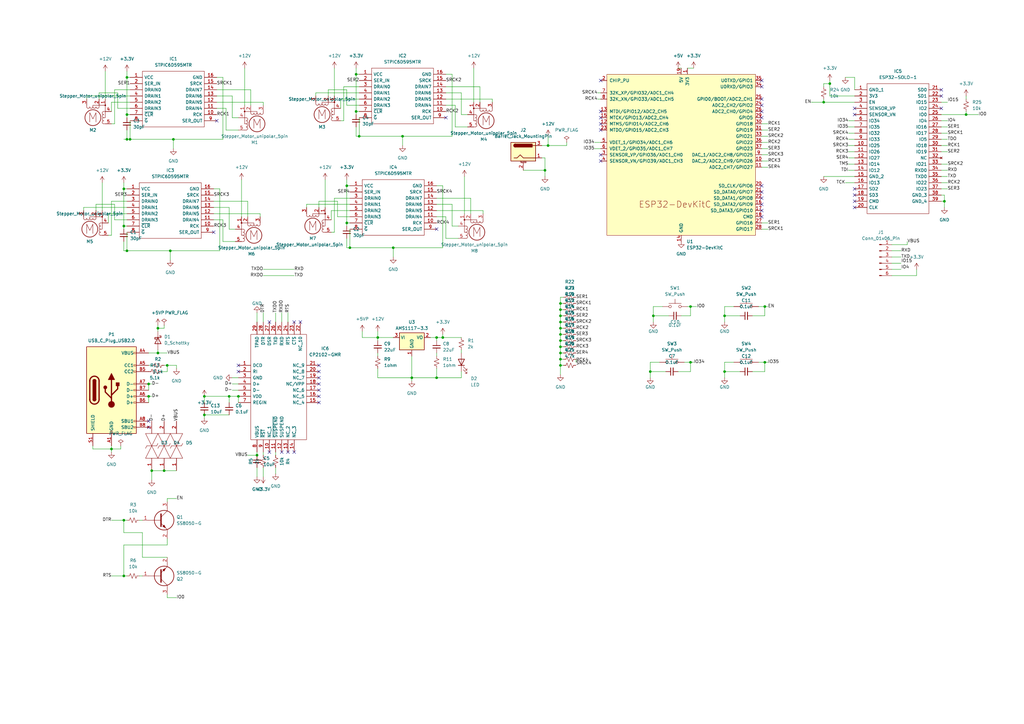
<source format=kicad_sch>
(kicad_sch (version 20230121) (generator eeschema)
  (paper "A3")
  (junction (at 229.87 137.16))
  (junction (at 83.82 170.18))
  (junction (at 50.8 213.36))
  (junction (at 68.58 149.86))
  (junction (at 64.77 144.78))
  (junction (at 224.79 59.69))
  (junction (at 229.87 124.46))
  (junction (at 161.29 101.6))
  (junction (at 146.05 45.72))
  (junction (at 154.94 138.43))
  (junction (at 313.69 148.59))
  (junction (at 229.87 149.86))
  (junction (at 179.07 138.43))
  (junction (at 97.79 162.56))
  (junction (at 229.87 127))
  (junction (at 64.77 134.62))
  (junction (at 52.07 31.75))
  (junction (at 146.05 30.48))
  (junction (at 53.34 57.15))
  (junction (at 45.72 184.15))
  (junction (at 52.07 57.15))
  (junction (at 142.24 76.2))
  (junction (at 50.8 77.47))
  (junction (at 179.07 154.94))
  (junction (at 229.87 142.24))
  (junction (at 165.1 55.88))
  (junction (at 229.87 134.62))
  (junction (at 93.98 162.56))
  (junction (at 337.82 41.91))
  (junction (at 223.52 69.85))
  (junction (at 267.97 129.54))
  (junction (at 297.18 129.54))
  (junction (at 105.41 186.69))
  (junction (at 50.8 92.71))
  (junction (at 83.82 162.56))
  (junction (at 62.23 193.04))
  (junction (at 229.87 147.32))
  (junction (at 181.61 138.43))
  (junction (at 143.51 101.6))
  (junction (at 229.87 132.08))
  (junction (at 229.87 144.78))
  (junction (at 283.21 148.59))
  (junction (at 396.24 46.99))
  (junction (at 52.07 46.99))
  (junction (at 387.35 82.55))
  (junction (at 60.96 162.56))
  (junction (at 266.7 152.4))
  (junction (at 168.91 154.94))
  (junction (at 52.07 102.87))
  (junction (at 340.36 34.29))
  (junction (at 229.87 139.7))
  (junction (at 229.87 129.54))
  (junction (at 142.24 91.44))
  (junction (at 60.96 157.48))
  (junction (at 71.12 57.15))
  (junction (at 69.85 102.87))
  (junction (at 313.69 125.73))
  (junction (at 297.18 152.4))
  (junction (at 283.21 125.73))
  (junction (at 147.32 55.88))
  (junction (at 67.31 193.04))
  (junction (at 50.8 236.22))
  (no_connect (at 350.52 85.09))
  (no_connect (at 312.42 35.56))
  (no_connect (at 130.81 152.4))
  (no_connect (at 312.42 83.82))
  (no_connect (at 115.57 185.42))
  (no_connect (at 246.38 45.72))
  (no_connect (at 350.52 82.55))
  (no_connect (at 130.81 154.94))
  (no_connect (at 123.19 132.08))
  (no_connect (at 350.52 44.45))
  (no_connect (at 120.65 132.08))
  (no_connect (at 312.42 45.72))
  (no_connect (at 110.49 132.08))
  (no_connect (at 312.42 43.18))
  (no_connect (at 312.42 81.28))
  (no_connect (at 312.42 48.26))
  (no_connect (at 350.52 46.99))
  (no_connect (at 312.42 88.9))
  (no_connect (at 130.81 160.02))
  (no_connect (at 130.81 165.1))
  (no_connect (at 179.07 93.98))
  (no_connect (at 88.9 49.53))
  (no_connect (at 312.42 86.36))
  (no_connect (at 118.11 185.42))
  (no_connect (at 120.65 185.42))
  (no_connect (at 97.79 152.4))
  (no_connect (at 60.96 175.26))
  (no_connect (at 110.49 185.42))
  (no_connect (at 130.81 162.56))
  (no_connect (at 97.79 149.86))
  (no_connect (at 130.81 157.48))
  (no_connect (at 246.38 50.8))
  (no_connect (at 350.52 77.47))
  (no_connect (at 182.88 48.26))
  (no_connect (at 312.42 78.74))
  (no_connect (at 386.08 36.83))
  (no_connect (at 386.08 44.45))
  (no_connect (at 312.42 33.02))
  (no_connect (at 350.52 80.01))
  (no_connect (at 246.38 63.5))
  (no_connect (at 246.38 48.26))
  (no_connect (at 386.08 39.37))
  (no_connect (at 246.38 33.02))
  (no_connect (at 312.42 76.2))
  (no_connect (at 246.38 66.04))
  (no_connect (at 246.38 53.34))
  (no_connect (at 130.81 149.86))
  (no_connect (at 87.63 95.25))
  (no_connect (at 312.42 40.64))
  (no_connect (at 60.96 172.72))
  (wire (pts (xy 369.57 107.95) (xy 365.76 107.95)))
  (wire (pts (xy 274.32 129.54) (xy 267.97 129.54)))
  (wire (pts (xy 45.72 45.72) (xy 45.72 41.91)))
  (wire (pts (xy 229.87 149.86) (xy 229.87 153.67)))
  (wire (pts (xy 45.72 41.91) (xy 53.34 41.91)))
  (wire (pts (xy 38.1 184.15) (xy 45.72 184.15)))
  (wire (pts (xy 45.72 236.22) (xy 50.8 236.22)))
  (wire (pts (xy 50.8 236.22) (xy 50.8 223.52)))
  (wire (pts (xy 386.08 72.39) (xy 388.62 72.39)))
  (wire (pts (xy 68.58 152.4) (xy 68.58 149.86)))
  (wire (pts (xy 198.12 87.63) (xy 198.12 86.36)))
  (wire (pts (xy 314.96 58.42) (xy 312.42 58.42)))
  (wire (pts (xy 49.53 184.15) (xy 45.72 184.15)))
  (wire (pts (xy 67.31 193.04) (xy 72.39 193.04)))
  (wire (pts (xy 308.61 129.54) (xy 313.69 129.54)))
  (wire (pts (xy 224.79 59.69) (xy 224.79 55.88)))
  (wire (pts (xy 91.44 99.06) (xy 91.44 90.17)))
  (wire (pts (xy 34.29 85.09) (xy 52.07 85.09)))
  (wire (pts (xy 68.58 149.86) (xy 67.31 149.86)))
  (wire (pts (xy 314.96 91.44) (xy 312.42 91.44)))
  (wire (pts (xy 107.95 43.18) (xy 107.95 41.91)))
  (wire (pts (xy 347.98 62.23) (xy 350.52 62.23)))
  (wire (pts (xy 387.35 80.01) (xy 387.35 82.55)))
  (wire (pts (xy 48.26 38.1) (xy 48.26 44.45)))
  (wire (pts (xy 270.51 148.59) (xy 266.7 148.59)))
  (wire (pts (xy 266.7 152.4) (xy 266.7 154.94)))
  (wire (pts (xy 396.24 46.99) (xy 401.32 46.99)))
  (wire (pts (xy 97.79 53.34) (xy 92.71 53.34)))
  (wire (pts (xy 229.87 134.62) (xy 231.14 134.62)))
  (wire (pts (xy 266.7 148.59) (xy 266.7 152.4)))
  (wire (pts (xy 72.39 149.86) (xy 68.58 149.86)))
  (wire (pts (xy 311.15 148.59) (xy 313.69 148.59)))
  (wire (pts (xy 181.61 137.16) (xy 181.61 138.43)))
  (wire (pts (xy 60.96 157.48) (xy 62.23 157.48)))
  (wire (pts (xy 44.45 87.63) (xy 52.07 87.63)))
  (wire (pts (xy 229.87 149.86) (xy 231.14 149.86)))
  (wire (pts (xy 185.42 55.88) (xy 165.1 55.88)))
  (wire (pts (xy 52.07 53.34) (xy 52.07 57.15)))
  (wire (pts (xy 68.58 228.6) (xy 58.42 228.6)))
  (wire (pts (xy 229.87 137.16) (xy 229.87 134.62)))
  (wire (pts (xy 142.24 36.83) (xy 142.24 43.18)))
  (wire (pts (xy 365.76 105.41) (xy 369.57 105.41)))
  (wire (pts (xy 346.71 31.75) (xy 350.52 31.75)))
  (wire (pts (xy 53.34 57.15) (xy 71.12 57.15)))
  (wire (pts (xy 46.99 50.8) (xy 45.72 50.8)))
  (wire (pts (xy 134.62 39.37) (xy 134.62 36.83)))
  (wire (pts (xy 125.73 83.82) (xy 143.51 83.82)))
  (wire (pts (xy 313.69 152.4) (xy 313.69 148.59)))
  (wire (pts (xy 87.63 77.47) (xy 90.17 77.47)))
  (wire (pts (xy 99.06 73.66) (xy 99.06 88.9)))
  (wire (pts (xy 229.87 142.24) (xy 229.87 139.7)))
  (wire (pts (xy 91.44 31.75) (xy 91.44 57.15)))
  (wire (pts (xy 347.98 59.69) (xy 350.52 59.69)))
  (wire (pts (xy 267.97 125.73) (xy 267.97 129.54)))
  (wire (pts (xy 347.98 64.77) (xy 350.52 64.77)))
  (wire (pts (xy 201.93 41.91) (xy 201.93 40.64)))
  (wire (pts (xy 388.62 77.47) (xy 386.08 77.47)))
  (wire (pts (xy 283.21 148.59) (xy 284.48 148.59)))
  (wire (pts (xy 107.95 41.91) (xy 88.9 41.91)))
  (wire (pts (xy 303.53 152.4) (xy 297.18 152.4)))
  (wire (pts (xy 388.62 52.07) (xy 386.08 52.07)))
  (wire (pts (xy 229.87 132.08) (xy 229.87 129.54)))
  (wire (pts (xy 64.77 133.35) (xy 64.77 134.62)))
  (wire (pts (xy 50.8 213.36) (xy 52.07 213.36)))
  (wire (pts (xy 45.72 82.55) (xy 45.72 96.52)))
  (wire (pts (xy 350.52 31.75) (xy 350.52 36.83)))
  (wire (pts (xy 337.82 34.29) (xy 340.36 34.29)))
  (wire (pts (xy 284.48 27.94) (xy 281.94 27.94)))
  (wire (pts (xy 66.04 152.4) (xy 68.58 152.4)))
  (wire (pts (xy 313.69 129.54) (xy 313.69 125.73)))
  (wire (pts (xy 196.85 35.56) (xy 196.85 41.91)))
  (wire (pts (xy 146.05 45.72) (xy 147.32 45.72)))
  (wire (pts (xy 53.34 49.53) (xy 53.34 57.15)))
  (wire (pts (xy 179.07 154.94) (xy 168.91 154.94)))
  (wire (pts (xy 347.98 52.07) (xy 350.52 52.07)))
  (wire (pts (xy 67.31 133.35) (xy 67.31 134.62)))
  (wire (pts (xy 147.32 35.56) (xy 140.97 35.56)))
  (wire (pts (xy 314.96 66.04) (xy 312.42 66.04)))
  (wire (pts (xy 142.24 76.2) (xy 142.24 91.44)))
  (wire (pts (xy 280.67 148.59) (xy 283.21 148.59)))
  (wire (pts (xy 107.95 186.69) (xy 107.95 185.42)))
  (wire (pts (xy 388.62 59.69) (xy 386.08 59.69)))
  (wire (pts (xy 40.64 40.64) (xy 40.64 38.1)))
  (wire (pts (xy 52.07 102.87) (xy 69.85 102.87)))
  (wire (pts (xy 52.07 46.99) (xy 52.07 48.26)))
  (wire (pts (xy 50.8 223.52) (xy 68.58 223.52)))
  (wire (pts (xy 83.82 170.18) (xy 83.82 171.45)))
  (wire (pts (xy 72.39 204.47) (xy 68.58 204.47)))
  (wire (pts (xy 154.94 151.13) (xy 154.94 154.94)))
  (wire (pts (xy 347.98 54.61) (xy 350.52 54.61)))
  (wire (pts (xy 43.18 40.64) (xy 43.18 29.21)))
  (wire (pts (xy 154.94 135.89) (xy 154.94 138.43)))
  (wire (pts (xy 107.95 132.08) (xy 107.95 128.27)))
  (wire (pts (xy 332.74 41.91) (xy 337.82 41.91)))
  (wire (pts (xy 297.18 152.4) (xy 297.18 154.94)))
  (wire (pts (xy 387.35 82.55) (xy 387.35 85.09)))
  (wire (pts (xy 313.69 125.73) (xy 314.96 125.73)))
  (wire (pts (xy 229.87 132.08) (xy 231.14 132.08)))
  (wire (pts (xy 100.33 27.94) (xy 100.33 43.18)))
  (wire (pts (xy 283.21 152.4) (xy 283.21 148.59)))
  (wire (pts (xy 223.52 64.77) (xy 223.52 69.85)))
  (wire (pts (xy 87.63 82.55) (xy 101.6 82.55)))
  (wire (pts (xy 372.11 100.33) (xy 372.11 99.06)))
  (wire (pts (xy 140.97 35.56) (xy 140.97 49.53)))
  (wire (pts (xy 300.99 148.59) (xy 297.18 148.59)))
  (wire (pts (xy 93.98 85.09) (xy 87.63 85.09)))
  (wire (pts (xy 34.29 86.36) (xy 34.29 85.09)))
  (wire (pts (xy 92.71 53.34) (xy 92.71 44.45)))
  (wire (pts (xy 148.59 135.89) (xy 148.59 138.43)))
  (wire (pts (xy 45.72 96.52) (xy 44.45 96.52)))
  (wire (pts (xy 142.24 76.2) (xy 143.51 76.2)))
  (wire (pts (xy 52.07 82.55) (xy 45.72 82.55)))
  (wire (pts (xy 189.23 152.4) (xy 189.23 154.94)))
  (wire (pts (xy 60.96 162.56) (xy 60.96 165.1)))
  (wire (pts (xy 95.25 157.48) (xy 97.79 157.48)))
  (wire (pts (xy 311.15 125.73) (xy 313.69 125.73)))
  (wire (pts (xy 191.77 46.99) (xy 189.23 46.99)))
  (wire (pts (xy 386.08 82.55) (xy 387.35 82.55)))
  (wire (pts (xy 113.03 186.69) (xy 113.03 185.42)))
  (wire (pts (xy 97.79 48.26) (xy 95.25 48.26)))
  (wire (pts (xy 229.87 137.16) (xy 231.14 137.16)))
  (wire (pts (xy 135.89 90.17) (xy 135.89 86.36)))
  (wire (pts (xy 388.62 54.61) (xy 386.08 54.61)))
  (wire (pts (xy 279.4 129.54) (xy 283.21 129.54)))
  (wire (pts (xy 229.87 129.54) (xy 229.87 127)))
  (wire (pts (xy 71.12 57.15) (xy 71.12 60.96)))
  (wire (pts (xy 52.07 29.21) (xy 52.07 31.75)))
  (wire (pts (xy 168.91 146.05) (xy 168.91 154.94)))
  (wire (pts (xy 68.58 245.11) (xy 68.58 243.84)))
  (wire (pts (xy 45.72 213.36) (xy 50.8 213.36)))
  (wire (pts (xy 193.04 81.28) (xy 193.04 87.63)))
  (wire (pts (xy 236.22 147.32) (xy 236.22 148.59)))
  (wire (pts (xy 143.51 101.6) (xy 142.24 101.6)))
  (wire (pts (xy 72.39 245.11) (xy 68.58 245.11)))
  (wire (pts (xy 137.16 81.28) (xy 137.16 95.25)))
  (wire (pts (xy 96.52 93.98) (xy 93.98 93.98)))
  (wire (pts (xy 229.87 124.46) (xy 231.14 124.46)))
  (wire (pts (xy 375.92 110.49) (xy 375.92 113.03)))
  (wire (pts (xy 179.07 138.43) (xy 181.61 138.43)))
  (wire (pts (xy 190.5 72.39) (xy 190.5 87.63)))
  (wire (pts (xy 91.44 90.17) (xy 87.63 90.17)))
  (wire (pts (xy 222.25 59.69) (xy 224.79 59.69)))
  (wire (pts (xy 147.32 48.26) (xy 147.32 55.88)))
  (wire (pts (xy 185.42 30.48) (xy 185.42 55.88)))
  (wire (pts (xy 369.57 110.49) (xy 365.76 110.49)))
  (wire (pts (xy 337.82 41.91) (xy 350.52 41.91)))
  (wire (pts (xy 50.8 74.93) (xy 50.8 77.47)))
  (wire (pts (xy 52.07 57.15) (xy 53.34 57.15)))
  (wire (pts (xy 58.42 218.44) (xy 50.8 218.44)))
  (wire (pts (xy 48.26 44.45) (xy 53.34 44.45)))
  (wire (pts (xy 146.05 45.72) (xy 146.05 46.99)))
  (wire (pts (xy 35.56 40.64) (xy 35.56 39.37)))
  (wire (pts (xy 229.87 147.32) (xy 229.87 149.86)))
  (wire (pts (xy 129.54 39.37) (xy 129.54 38.1)))
  (wire (pts (xy 107.95 113.03) (xy 120.65 113.03)))
  (wire (pts (xy 133.35 85.09) (xy 133.35 73.66)))
  (wire (pts (xy 176.53 138.43) (xy 179.07 138.43)))
  (wire (pts (xy 130.81 85.09) (xy 130.81 82.55)))
  (wire (pts (xy 105.41 185.42) (xy 105.41 186.69)))
  (wire (pts (xy 57.15 236.22) (xy 58.42 236.22)))
  (wire (pts (xy 142.24 91.44) (xy 142.24 92.71)))
  (wire (pts (xy 83.82 162.56) (xy 93.98 162.56)))
  (wire (pts (xy 229.87 147.32) (xy 231.14 147.32)))
  (wire (pts (xy 350.52 69.85) (xy 347.98 69.85)))
  (wire (pts (xy 179.07 81.28) (xy 193.04 81.28)))
  (wire (pts (xy 143.51 81.28) (xy 137.16 81.28)))
  (wire (pts (xy 179.07 151.13) (xy 179.07 154.94)))
  (wire (pts (xy 278.13 152.4) (xy 283.21 152.4)))
  (wire (pts (xy 179.07 144.78) (xy 179.07 146.05)))
  (wire (pts (xy 95.25 154.94) (xy 97.79 154.94)))
  (wire (pts (xy 148.59 138.43) (xy 154.94 138.43)))
  (wire (pts (xy 182.88 30.48) (xy 185.42 30.48)))
  (wire (pts (xy 45.72 184.15) (xy 45.72 182.88)))
  (wire (pts (xy 222.25 64.77) (xy 223.52 64.77)))
  (wire (pts (xy 300.99 125.73) (xy 297.18 125.73)))
  (wire (pts (xy 154.94 154.94) (xy 168.91 154.94)))
  (wire (pts (xy 35.56 39.37) (xy 53.34 39.37)))
  (wire (pts (xy 229.87 129.54) (xy 231.14 129.54)))
  (wire (pts (xy 146.05 52.07) (xy 146.05 55.88)))
  (wire (pts (xy 245.11 38.1) (xy 246.38 38.1)))
  (wire (pts (xy 60.96 144.78) (xy 64.77 144.78)))
  (wire (pts (xy 95.25 160.02) (xy 97.79 160.02)))
  (wire (pts (xy 139.7 44.45) (xy 139.7 40.64)))
  (wire (pts (xy 107.95 110.49) (xy 120.65 110.49)))
  (wire (pts (xy 64.77 144.78) (xy 68.58 144.78)))
  (wire (pts (xy 93.98 162.56) (xy 93.98 165.1)))
  (wire (pts (xy 60.96 162.56) (xy 62.23 162.56)))
  (wire (pts (xy 95.25 39.37) (xy 88.9 39.37)))
  (wire (pts (xy 93.98 93.98) (xy 93.98 85.09)))
  (wire (pts (xy 243.84 60.96) (xy 246.38 60.96)))
  (wire (pts (xy 232.41 58.42) (xy 232.41 59.69)))
  (wire (pts (xy 88.9 36.83) (xy 102.87 36.83)))
  (wire (pts (xy 49.53 184.15) (xy 49.53 182.88)))
  (wire (pts (xy 102.87 36.83) (xy 102.87 43.18)))
  (wire (pts (xy 194.31 27.94) (xy 194.31 41.91)))
  (wire (pts (xy 143.51 101.6) (xy 161.29 101.6)))
  (wire (pts (xy 154.94 138.43) (xy 161.29 138.43)))
  (wire (pts (xy 125.73 85.09) (xy 125.73 83.82)))
  (wire (pts (xy 146.05 30.48) (xy 146.05 45.72)))
  (wire (pts (xy 93.98 162.56) (xy 97.79 162.56)))
  (wire (pts (xy 229.87 139.7) (xy 231.14 139.7)))
  (wire (pts (xy 138.43 88.9) (xy 143.51 88.9)))
  (wire (pts (xy 39.37 83.82) (xy 46.99 83.82)))
  (wire (pts (xy 168.91 154.94) (xy 168.91 156.21)))
  (wire (pts (xy 229.87 134.62) (xy 229.87 132.08)))
  (wire (pts (xy 134.62 36.83) (xy 142.24 36.83)))
  (wire (pts (xy 83.82 162.56) (xy 83.82 165.1)))
  (wire (pts (xy 40.64 38.1) (xy 48.26 38.1)))
  (wire (pts (xy 185.42 92.71) (xy 185.42 83.82)))
  (wire (pts (xy 243.84 58.42) (xy 246.38 58.42)))
  (wire (pts (xy 107.95 191.77) (xy 107.95 195.58)))
  (wire (pts (xy 396.24 39.37) (xy 396.24 40.64)))
  (wire (pts (xy 58.42 228.6) (xy 58.42 218.44)))
  (wire (pts (xy 130.81 82.55) (xy 138.43 82.55)))
  (wire (pts (xy 340.36 33.02) (xy 340.36 34.29)))
  (wire (pts (xy 72.39 151.13) (xy 72.39 149.86)))
  (wire (pts (xy 52.07 46.99) (xy 53.34 46.99)))
  (wire (pts (xy 90.17 102.87) (xy 69.85 102.87)))
  (wire (pts (xy 347.98 49.53) (xy 350.52 49.53)))
  (wire (pts (xy 273.05 152.4) (xy 266.7 152.4)))
  (wire (pts (xy 50.8 92.71) (xy 52.07 92.71)))
  (wire (pts (xy 181.61 76.2) (xy 181.61 101.6)))
  (wire (pts (xy 50.8 102.87) (xy 52.07 102.87)))
  (wire (pts (xy 50.8 77.47) (xy 52.07 77.47)))
  (wire (pts (xy 388.62 57.15) (xy 386.08 57.15)))
  (wire (pts (xy 201.93 40.64) (xy 182.88 40.64)))
  (wire (pts (xy 105.41 191.77) (xy 105.41 195.58)))
  (wire (pts (xy 388.62 74.93) (xy 386.08 74.93)))
  (wire (pts (xy 52.07 95.25) (xy 52.07 102.87)))
  (wire (pts (xy 229.87 142.24) (xy 231.14 142.24)))
  (wire (pts (xy 147.32 55.88) (xy 165.1 55.88)))
  (wire (pts (xy 232.41 59.69) (xy 224.79 59.69)))
  (wire (pts (xy 271.78 125.73) (xy 267.97 125.73)))
  (wire (pts (xy 340.36 34.29) (xy 340.36 39.37)))
  (wire (pts (xy 297.18 148.59) (xy 297.18 152.4)))
  (wire (pts (xy 52.07 31.75) (xy 53.34 31.75)))
  (wire (pts (xy 297.18 129.54) (xy 297.18 132.08)))
  (wire (pts (xy 313.69 148.59) (xy 314.96 148.59)))
  (wire (pts (xy 189.23 46.99) (xy 189.23 38.1)))
  (wire (pts (xy 146.05 27.94) (xy 146.05 30.48)))
  (wire (pts (xy 297.18 125.73) (xy 297.18 129.54)))
  (wire (pts (xy 92.71 44.45) (xy 88.9 44.45)))
  (wire (pts (xy 69.85 102.87) (xy 69.85 106.68)))
  (wire (pts (xy 229.87 121.92) (xy 231.14 121.92)))
  (wire (pts (xy 214.63 69.85) (xy 223.52 69.85)))
  (wire (pts (xy 182.88 88.9) (xy 179.07 88.9)))
  (wire (pts (xy 308.61 152.4) (xy 313.69 152.4)))
  (wire (pts (xy 223.52 69.85) (xy 223.52 72.39)))
  (wire (pts (xy 283.21 129.54) (xy 283.21 125.73)))
  (wire (pts (xy 60.96 157.48) (xy 60.96 160.02)))
  (wire (pts (xy 38.1 184.15) (xy 38.1 182.88)))
  (wire (pts (xy 97.79 162.56) (xy 97.79 165.1)))
  (wire (pts (xy 229.87 144.78) (xy 229.87 142.24)))
  (wire (pts (xy 229.87 124.46) (xy 229.87 121.92)))
  (wire (pts (xy 154.94 144.78) (xy 154.94 146.05)))
  (wire (pts (xy 185.42 83.82) (xy 179.07 83.82)))
  (wire (pts (xy 64.77 143.51) (xy 64.77 144.78)))
  (wire (pts (xy 181.61 101.6) (xy 161.29 101.6)))
  (wire (pts (xy 50.8 218.44) (xy 50.8 213.36)))
  (wire (pts (xy 118.11 132.08) (xy 118.11 128.27)))
  (wire (pts (xy 106.68 88.9) (xy 106.68 87.63)))
  (wire (pts (xy 138.43 82.55) (xy 138.43 88.9)))
  (wire (pts (xy 154.94 138.43) (xy 154.94 139.7)))
  (wire (pts (xy 129.54 38.1) (xy 147.32 38.1)))
  (wire (pts (xy 283.21 125.73) (xy 285.75 125.73)))
  (wire (pts (xy 303.53 129.54) (xy 297.18 129.54)))
  (wire (pts (xy 53.34 36.83) (xy 46.99 36.83)))
  (wire (pts (xy 365.76 113.03) (xy 375.92 113.03)))
  (wire (pts (xy 347.98 67.31) (xy 350.52 67.31)))
  (wire (pts (xy 388.62 62.23) (xy 386.08 62.23)))
  (wire (pts (xy 137.16 39.37) (xy 137.16 27.94)))
  (wire (pts (xy 142.24 73.66) (xy 142.24 76.2)))
  (wire (pts (xy 229.87 144.78) (xy 231.14 144.78)))
  (wire (pts (xy 314.96 50.8) (xy 312.42 50.8)))
  (wire (pts (xy 229.87 124.46) (xy 229.87 127)))
  (wire (pts (xy 52.07 31.75) (xy 52.07 46.99)))
  (wire (pts (xy 143.51 93.98) (xy 143.51 101.6)))
  (wire (pts (xy 142.24 97.79) (xy 142.24 101.6)))
  (wire (pts (xy 187.96 92.71) (xy 185.42 92.71)))
  (wire (pts (xy 189.23 38.1) (xy 182.88 38.1)))
  (wire (pts (xy 62.23 193.04) (xy 67.31 193.04)))
  (wire (pts (xy 68.58 223.52) (xy 68.58 220.98)))
  (wire (pts (xy 337.82 72.39) (xy 350.52 72.39)))
  (wire (pts (xy 186.69 52.07) (xy 186.69 43.18)))
  (wire (pts (xy 186.69 43.18) (xy 182.88 43.18)))
  (wire (pts (xy 46.99 90.17) (xy 52.07 90.17)))
  (wire (pts (xy 165.1 55.88) (xy 165.1 59.69)))
  (wire (pts (xy 189.23 143.51) (xy 189.23 144.78)))
  (wire (pts (xy 229.87 147.32) (xy 229.87 144.78)))
  (wire (pts (xy 179.07 139.7) (xy 179.07 138.43)))
  (wire (pts (xy 137.16 95.25) (xy 135.89 95.25)))
  (wire (pts (xy 314.96 63.5) (xy 312.42 63.5)))
  (wire (pts (xy 337.82 40.64) (xy 337.82 41.91)))
  (wire (pts (xy 146.05 30.48) (xy 147.32 30.48)))
  (wire (pts (xy 350.52 74.93) (xy 346.71 74.93)))
  (wire (pts (xy 182.88 97.79) (xy 182.88 88.9)))
  (wire (pts (xy 386.08 46.99) (xy 396.24 46.99)))
  (wire (pts (xy 187.96 97.79) (xy 182.88 97.79)))
  (wire (pts (xy 113.03 132.08) (xy 113.03 128.27)))
  (wire (pts (xy 135.89 86.36) (xy 143.51 86.36)))
  (wire (pts (xy 365.76 100.33) (xy 372.11 100.33)))
  (wire (pts (xy 64.77 134.62) (xy 64.77 135.89)))
  (wire (pts (xy 115.57 132.08) (xy 115.57 128.27)))
  (wire (pts (xy 67.31 134.62) (xy 64.77 134.62)))
  (wire (pts (xy 101.6 82.55) (xy 101.6 88.9)))
  (wire (pts (xy 106.68 87.63) (xy 87.63 87.63)))
  (wire (pts (xy 95.25 48.26) (xy 95.25 39.37)))
  (wire (pts (xy 386.08 49.53) (xy 388.62 49.53)))
  (wire (pts (xy 314.96 55.88) (xy 312.42 55.88)))
  (wire (pts (xy 182.88 35.56) (xy 196.85 35.56)))
  (wire (pts (xy 140.97 49.53) (xy 139.7 49.53)))
  (wire (pts (xy 50.8 236.22) (xy 52.07 236.22)))
  (wire (pts (xy 57.15 213.36) (xy 58.42 213.36)))
  (wire (pts (xy 191.77 52.07) (xy 186.69 52.07)))
  (wire (pts (xy 50.8 57.15) (xy 52.07 57.15)))
  (wire (pts (xy 267.97 129.54) (xy 267.97 132.08)))
  (wire (pts (xy 113.03 191.77) (xy 113.03 194.31)))
  (wire (pts (xy 229.87 127) (xy 231.14 127)))
  (wire (pts (xy 50.8 99.06) (xy 50.8 102.87)))
  (wire (pts (xy 179.07 76.2) (xy 181.61 76.2)))
  (wire (pts (xy 147.32 55.88) (xy 146.05 55.88)))
  (wire (pts (xy 337.82 35.56) (xy 337.82 34.29)))
  (wire (pts (xy 46.99 36.83) (xy 46.99 50.8)))
  (wire (pts (xy 281.94 125.73) (xy 283.21 125.73)))
  (wire (pts (xy 96.52 99.06) (xy 91.44 99.06)))
  (wire (pts (xy 278.13 27.94) (xy 279.4 27.94)))
  (wire (pts (xy 314.96 60.96) (xy 312.42 60.96)))
  (wire (pts (xy 101.6 186.69) (xy 105.41 186.69)))
  (wire (pts (xy 181.61 138.43) (xy 189.23 138.43)))
  (wire (pts (xy 68.58 204.47) (xy 68.58 205.74)))
  (wire (pts (xy 386.08 80.01) (xy 387.35 80.01)))
  (wire (pts (xy 229.87 139.7) (xy 229.87 137.16)))
  (wire (pts (xy 41.91 86.36) (xy 41.91 74.93)))
  (wire (pts (xy 340.36 39.37) (xy 350.52 39.37)))
  (wire (pts (xy 90.17 77.47) (xy 90.17 102.87)))
  (wire (pts (xy 83.82 170.18) (xy 93.98 170.18)))
  (wire (pts (xy 50.8 92.71) (xy 50.8 93.98)))
  (wire (pts (xy 396.24 45.72) (xy 396.24 46.99)))
  (wire (pts (xy 198.12 86.36) (xy 179.07 86.36)))
  (wire (pts (xy 105.41 128.27) (xy 105.41 132.08)))
  (wire (pts (xy 386.08 69.85) (xy 388.62 69.85)))
  (wire (pts (xy 39.37 86.36) (xy 39.37 83.82)))
  (wire (pts (xy 45.72 185.42) (xy 45.72 184.15)))
  (wire (pts (xy 161.29 101.6) (xy 161.29 105.41)))
  (wire (pts (xy 314.96 68.58) (xy 312.42 68.58)))
  (wire (pts (xy 62.23 196.85) (xy 62.23 193.04)))
  (wire (pts (xy 388.62 67.31) (xy 386.08 67.31)))
  (wire (pts (xy 347.98 57.15) (xy 350.52 57.15)))
  (wire (pts (xy 142.24 43.18) (xy 147.32 43.18)))
  (wire (pts (xy 189.23 154.94) (xy 179.07 154.94)))
  (wire (pts (xy 245.11 40.64) (xy 246.38 40.64)))
  (wire (pts (xy 365.76 102.87) (xy 369.57 102.87)))
  (wire (pts (xy 386.08 41.91) (xy 388.62 41.91)))
  (wire (pts (xy 88.9 31.75) (xy 91.44 31.75)))
  (wire (pts (xy 46.99 83.82) (xy 46.99 90.17)))
  (wire (pts (xy 60.96 149.86) (xy 62.23 149.86)))
  (wire (pts (xy 142.24 91.44) (xy 143.51 91.44)))
  (wire (pts (xy 314.96 93.98) (xy 312.42 93.98)))
  (wire (pts (xy 91.44 57.15) (xy 71.12 57.15)))
  (wire (pts (xy 314.96 53.34) (xy 312.42 53.34)))
  (wire (pts (xy 139.7 40.64) (xy 147.32 40.64)))
  (wire (pts (xy 44.45 91.44) (xy 44.45 87.63)))
  (wire (pts (xy 50.8 77.47) (xy 50.8 92.71)))
  (label "RXD" (at 120.65 110.49 0) (property "Intersheetrefs" "${INTERSHEET_REFS}" (effects hide)))
  (label "TXDO" (at 107.95 110.49 180) (property "Intersheetrefs" "${INTERSHEET_REFS}" (effects hide)))
  (label "IO35" (at 347.98 52.07 180) (property "Intersheetrefs" "${INTERSHEET_REFS}" (effects hide)))
  (label "SER1" (at 314.96 91.44 0) (property "Intersheetrefs" "${INTERSHEET_REFS}" (effects hide)))
  (label "RXD" (at 369.57 102.87 0) (property "Intersheetrefs" "${INTERSHEET_REFS}" (effects hide)))
  (label "TDI" (at 347.98 69.85 180) (property "Intersheetrefs" "${INTERSHEET_REFS}" (effects hide)))
  (label "RCK3" (at 87.63 92.71 0) (property "Intersheetrefs" "${INTERSHEET_REFS}" (effects hide)))
  (label "SRCK1" (at 314.96 93.98 0) (property "Intersheetrefs" "${INTERSHEET_REFS}" (effects hide)))
  (label "RCK4" (at 236.22 148.59 0) (property "Intersheetrefs" "${INTERSHEET_REFS}" (effects hide)))
  (label "RCK2" (at 182.88 45.72 0) (property "Intersheetrefs" "${INTERSHEET_REFS}" (effects hide)))
  (label "IO4" (at 388.62 49.53 0) (property "Intersheetrefs" "${INTERSHEET_REFS}" (effects hide)))
  (label "SER3" (at 314.96 60.96 0) (property "Intersheetrefs" "${INTERSHEET_REFS}" (effects hide)))
  (label "EN" (at 314.96 125.73 0) (property "Intersheetrefs" "${INTERSHEET_REFS}" (effects hide)))
  (label "VBUS" (at 68.58 144.78 0) (property "Intersheetrefs" "${INTERSHEET_REFS}" (effects hide)))
  (label "SER2" (at 147.32 33.02 180) (property "Intersheetrefs" "${INTERSHEET_REFS}" (effects hide)))
  (label "IO4" (at 369.57 110.49 0) (property "Intersheetrefs" "${INTERSHEET_REFS}" (effects hide)))
  (label "RCK3" (at 314.96 66.04 0) (property "Intersheetrefs" "${INTERSHEET_REFS}" (effects hide)))
  (label "TXDO" (at 113.03 128.27 90) (property "Intersheetrefs" "${INTERSHEET_REFS}" (effects hide)))
  (label "RCK1" (at 88.9 46.99 0) (property "Intersheetrefs" "${INTERSHEET_REFS}" (effects hide)))
  (label "SER3" (at 236.22 137.16 0) (property "Intersheetrefs" "${INTERSHEET_REFS}" (effects hide)))
  (label "TXD" (at 120.65 113.03 0) (property "Intersheetrefs" "${INTERSHEET_REFS}" (effects hide)))
  (label "SRCK2" (at 314.96 55.88 0) (property "Intersheetrefs" "${INTERSHEET_REFS}" (effects hide)))
  (label "SRCK3" (at 236.22 139.7 0) (property "Intersheetrefs" "${INTERSHEET_REFS}" (effects hide)))
  (label "D+" (at 95.25 157.48 180) (property "Intersheetrefs" "${INTERSHEET_REFS}" (effects hide)))
  (label "SRCK1" (at 388.62 54.61 0) (property "Intersheetrefs" "${INTERSHEET_REFS}" (effects hide)))
  (label "SRCK2" (at 388.62 67.31 0) (property "Intersheetrefs" "${INTERSHEET_REFS}" (effects hide)))
  (label "IO34" (at 347.98 49.53 180) (property "Intersheetrefs" "${INTERSHEET_REFS}" (effects hide)))
  (label "IO15" (at 369.57 107.95 0) (property "Intersheetrefs" "${INTERSHEET_REFS}" (effects hide)))
  (label "RXD" (at 388.62 69.85 0) (property "Intersheetrefs" "${INTERSHEET_REFS}" (effects hide)))
  (label "SRCK2" (at 182.88 33.02 0) (property "Intersheetrefs" "${INTERSHEET_REFS}" (effects hide)))
  (label "RCK2" (at 388.62 74.93 0) (property "Intersheetrefs" "${INTERSHEET_REFS}" (effects hide)))
  (label "SER1" (at 388.62 52.07 0) (property "Intersheetrefs" "${INTERSHEET_REFS}" (effects hide)))
  (label "D-" (at 62.23 157.48 0) (property "Intersheetrefs" "${INTERSHEET_REFS}" (effects hide)))
  (label "RCK4" (at 179.07 91.44 0) (property "Intersheetrefs" "${INTERSHEET_REFS}" (effects hide)))
  (label "SER4" (at 347.98 64.77 180) (property "Intersheetrefs" "${INTERSHEET_REFS}" (effects hide)))
  (label "SRCK2" (at 236.22 132.08 0) (property "Intersheetrefs" "${INTERSHEET_REFS}" (effects hide)))
  (label "SRCK4" (at 179.07 78.74 0) (property "Intersheetrefs" "${INTERSHEET_REFS}" (effects hide)))
  (label "SER2" (at 314.96 53.34 0) (property "Intersheetrefs" "${INTERSHEET_REFS}" (effects hide)))
  (label "D+" (at 62.23 162.56 0) (property "Intersheetrefs" "${INTERSHEET_REFS}" (effects hide)))
  (label "SER4" (at 143.51 78.74 180) (property "Intersheetrefs" "${INTERSHEET_REFS}" (effects hide)))
  (label "IO35" (at 314.96 148.59 0) (property "Intersheetrefs" "${INTERSHEET_REFS}" (effects hide)))
  (label "TDO" (at 388.62 57.15 0) (property "Intersheetrefs" "${INTERSHEET_REFS}" (effects hide)))
  (label "VBUS" (at 372.11 99.06 0) (property "Intersheetrefs" "${INTERSHEET_REFS}" (effects hide)))
  (label "VBUS" (at 101.6 186.69 180) (property "Intersheetrefs" "${INTERSHEET_REFS}" (effects hide)))
  (label "SRCK1" (at 88.9 34.29 0) (property "Intersheetrefs" "${INTERSHEET_REFS}" (effects hide)))
  (label "RXDO" (at 107.95 113.03 180) (property "Intersheetrefs" "${INTERSHEET_REFS}" (effects hide)))
  (label "RCK1" (at 388.62 59.69 0) (property "Intersheetrefs" "${INTERSHEET_REFS}" (effects hide)))
  (label "IO35" (at 243.84 60.96 180) (property "Intersheetrefs" "${INTERSHEET_REFS}" (effects hide)))
  (label "RCK4" (at 245.11 40.64 180) (property "Intersheetrefs" "${INTERSHEET_REFS}" (effects hide)))
  (label "RXDO" (at 115.57 128.27 90) (property "Intersheetrefs" "${INTERSHEET_REFS}" (effects hide)))
  (label "SRCK4" (at 347.98 54.61 180) (property "Intersheetrefs" "${INTERSHEET_REFS}" (effects hide)))
  (label "TCK" (at 346.71 74.93 180) (property "Intersheetrefs" "${INTERSHEET_REFS}" (effects hide)))
  (label "IO34" (at 243.84 58.42 180) (property "Intersheetrefs" "${INTERSHEET_REFS}" (effects hide)))
  (label "RCK4" (at 347.98 57.15 180) (property "Intersheetrefs" "${INTERSHEET_REFS}" (effects hide)))
  (label "SER2" (at 388.62 62.23 0) (property "Intersheetrefs" "${INTERSHEET_REFS}" (effects hide)))
  (label "IO0" (at 401.32 46.99 0) (property "Intersheetrefs" "${INTERSHEET_REFS}" (effects hide)))
  (label "SER4" (at 236.22 144.78 0) (property "Intersheetrefs" "${INTERSHEET_REFS}" (effects hide)))
  (label "RCK3" (at 347.98 62.23 180) (property "Intersheetrefs" "${INTERSHEET_REFS}" (effects hide)))
  (label "DTR" (at 107.95 128.27 90) (property "Intersheetrefs" "${INTERSHEET_REFS}" (effects hide)))
  (label "D+" (at 67.31 172.72 90) (property "Intersheetrefs" "${INTERSHEET_REFS}" (effects hide)))
  (label "D-" (at 62.23 172.72 90) (property "Intersheetrefs" "${INTERSHEET_REFS}" (effects hide)))
  (label "EN" (at 72.39 204.47 0) (property "Intersheetrefs" "${INTERSHEET_REFS}" (effects hide)))
  (label "IO15" (at 388.62 41.91 0) (property "Intersheetrefs" "${INTERSHEET_REFS}" (effects hide)))
  (label "IO0" (at 285.75 125.73 0) (property "Intersheetrefs" "${INTERSHEET_REFS}" (effects hide)))
  (label "EN" (at 332.74 41.91 180) (property "Intersheetrefs" "${INTERSHEET_REFS}" (effects hide)))
  (label "SRCK4" (at 245.11 38.1 180) (property "Intersheetrefs" "${INTERSHEET_REFS}" (effects hide)))
  (label "RCK3" (at 236.22 142.24 0) (property "Intersheetrefs" "${INTERSHEET_REFS}" (effects hide)))
  (label "RCK2" (at 236.22 134.62 0) (property "Intersheetrefs" "${INTERSHEET_REFS}" (effects hide)))
  (label "TXD" (at 369.57 105.41 0) (property "Intersheetrefs" "${INTERSHEET_REFS}" (effects hide)))
  (label "TMS" (at 347.98 67.31 180) (property "Intersheetrefs" "${INTERSHEET_REFS}" (effects hide)))
  (label "IO34" (at 284.48 148.59 0) (property "Intersheetrefs" "${INTERSHEET_REFS}" (effects hide)))
  (label "SER4" (at 314.96 68.58 0) (property "Intersheetrefs" "${INTERSHEET_REFS}" (effects hide)))
  (label "VBUS" (at 72.39 172.72 90) (property "Intersheetrefs" "${INTERSHEET_REFS}" (effects hide)))
  (label "D-" (at 95.25 160.02 180) (property "Intersheetrefs" "${INTERSHEET_REFS}" (effects hide)))
  (label "SRCK3" (at 314.96 63.5 0) (property "Intersheetrefs" "${INTERSHEET_REFS}" (effects hide)))
  (label "RTS" (at 45.72 236.22 180) (property "Intersheetrefs" "${INTERSHEET_REFS}" (effects hide)))
  (label "DTR" (at 45.72 213.36 180) (property "Intersheetrefs" "${INTERSHEET_REFS}" (effects hide)))
  (label "TXD" (at 388.62 72.39 0) (property "Intersheetrefs" "${INTERSHEET_REFS}" (effects hide)))
  (label "RCK2" (at 314.96 58.42 0) (property "Intersheetrefs" "${INTERSHEET_REFS}" (effects hide)))
  (label "SRCK3" (at 87.63 80.01 0) (property "Intersheetrefs" "${INTERSHEET_REFS}" (effects hide)))
  (label "SRCK1" (at 236.22 124.46 0) (property "Intersheetrefs" "${INTERSHEET_REFS}" (effects hide)))
  (label "RTS" (at 118.11 128.27 90) (property "Intersheetrefs" "${INTERSHEET_REFS}" (effects hide)))
  (label "RCK1" (at 314.96 50.8 0) (property "Intersheetrefs" "${INTERSHEET_REFS}" (effects hide)))
  (label "SER2" (at 236.22 129.54 0) (property "Intersheetrefs" "${INTERSHEET_REFS}" (effects hide)))
  (label "SER3" (at 52.07 80.01 180) (property "Intersheetrefs" "${INTERSHEET_REFS}" (effects hide)))
  (label "SRCK3" (at 347.98 59.69 180) (property "Intersheetrefs" "${INTERSHEET_REFS}" (effects hide)))
  (label "SRCK4" (at 236.22 149.86 0) (property "Intersheetrefs" "${INTERSHEET_REFS}" (effects hide)))
  (label "IO0" (at 72.39 245.11 0) (property "Intersheetrefs" "${INTERSHEET_REFS}" (effects hide)))
  (label "SER1" (at 53.34 34.29 180) (property "Intersheetrefs" "${INTERSHEET_REFS}" (effects hide)))
  (label "RCK1" (at 236.22 127 0) (property "Intersheetrefs" "${INTERSHEET_REFS}" (effects hide)))
  (label "SER1" (at 236.22 121.92 0) (property "Intersheetrefs" "${INTERSHEET_REFS}" (effects hide)))
  (label "SER3" (at 388.62 77.47 0) (property "Intersheetrefs" "${INTERSHEET_REFS}" (effects hide)))
  (symbol (lib_id "Device:R_Small_US") (at 54.61 213.36 90) (unit 1)
    (property "Reference" "R3" (at 54.61 207.01 90))
    (property "Value" "10k" (at 54.61 209.55 90))
    (property "Footprint" "Resistor_SMD:R_0402_1005Metric" (effects hide))
  )
  (symbol (lib_id "power:+3.3V") (at 142.24 73.66 0) (unit 1)
    (property "Reference" "#PWR030" (effects hide))
    (property "Value" "+3.3V" (at 142.24 68.58 0))
  )
  (symbol (lib_id "power:+12V") (at 190.5 72.39 0) (unit 1)
    (property "Reference" "#PWR045" (effects hide))
    (property "Value" "+12V" (at 190.5 67.31 0))
  )
  (symbol (lib_id "Device:D_Schottky") (at 64.77 139.7 270) (unit 1)
    (property "Reference" "D1" (at 67.31 138.1125 90) (effects (justify left)))
    (property "Value" "D_Schottky" (at 67.31 140.6525 90) (effects (justify left)))
    (property "Footprint" "Diode_SMD:D_SOD-323" (effects hide))
    (property "LCSC" "C191023" (effects hide))
  )
  (symbol (lib_id "Device:R_Small_US") (at 64.77 149.86 270) (unit 1)
    (property "Reference" "R2" (at 64.77 147.32 90))
    (property "Value" "5.1k" (at 64.77 152.4 90))
    (property "Footprint" "Resistor_SMD:R_0402_1005Metric" (effects hide))
  )
  (symbol (lib_id "SamacSys:SS8050-G") (at 58.42 213.36 0) (unit 1)
    (property "Reference" "Q1" (at 72.39 212.09 0) (effects (justify left)))
    (property "Value" "SS8050-G" (at 72.39 214.63 0) (effects (justify left)))
    (property "Footprint" "SamacSys:SOT95P240X115-3N" (effects hide))
    (property "Datasheet" "https://datasheet.datasheetarchive.com/originals/distributors/DKDS-12/229454.pdf" (effects hide))
    (property "Description" "Bipolar Transistors - BJT NPN TRANSISTOR 1.5A 40V" (effects hide))
    (property "Height" "1.15" (effects hide))
    (property "Manufacturer_Name" "Comchip Technology" (effects hide))
    (property "Manufacturer_Part_Number" "SS8050-G" (effects hide))
    (property "Mouser Part Number" "750-SS8050-G" (effects hide))
    (property "Mouser Price/Stock" "https://www.mouser.co.uk/ProductDetail/Comchip-Technology/SS8050-G?qs=LLUE9lz1YbcHg%252BWLMAtcrQ%3D%3D" (effects hide))
    (property "Arrow Part Number" "SS8050-G" (effects hide))
    (property "Arrow Price/Stock" "https://www.arrow.com/en/products/ss8050-g/comchip-technology?region=nac" (effects hide))
    (property "LCSC" "C2150" (effects hide))
  )
  (symbol (lib_id "power:GND") (at 279.4 99.06 0) (unit 1)
    (property "Reference" "#PWR010" (effects hide))
    (property "Value" "GND" (at 279.4 104.14 0))
  )
  (symbol (lib_id "SamacSys:CP2102-GMR") (at 97.79 149.86 0) (unit 1)
    (property "Reference" "IC6" (at 133.35 142.9319 0))
    (property "Value" "CP2102-GMR" (at 133.35 145.4719 0))
    (property "Footprint" "SamacSys:QFN50P500X500X100-29N-D" (effects hide))
    (property "Datasheet" "https://www.silabs.com/Support%20Documents/TechnicalDocs/CP2102-9.pdf" (effects hide))
    (property "Description" "I/O Controller Interface IC USB-TO-UART BRIDGE, qfn-28" (effects hide))
    (property "Height" "1" (effects hide))
    (property "Manufacturer_Name" "Silicon Labs" (effects hide))
    (property "Manufacturer_Part_Number" "CP2102-GMR" (effects hide))
    (property "Mouser Part Number" "634-CP2102-GMR" (effects hide))
    (property "Mouser Price/Stock" "https://www.mouser.co.uk/ProductDetail/Silicon-Labs/CP2102-GMR?qs=cNyzPCcHMUWu%2FiPhR8KQAw%3D%3D" (effects hide))
    (property "Arrow Part Number" "CP2102-GMR" (effects hide))
    (property "Arrow Price/Stock" "https://www.arrow.com/en/products/cp2102-gmr/silicon-labs?region=nac" (effects hide))
  )
  (symbol (lib_id "SamacSys:STPIC6D595MTR") (at 52.07 77.47 0) (unit 1)
    (property "Reference" "IC3" (at 69.85 69.85 0))
    (property "Value" "STPIC6D595MTR" (at 69.85 72.39 0))
    (property "Footprint" "SamacSys:SOIC127P600X175-16N" (effects hide))
    (property "Datasheet" "https://componentsearchengine.com/Datasheets/1/STPIC6D595MTR.pdf" (effects hide))
    (property "Description" "Counter Shift Registers Power logic 8-BIT" (effects hide))
    (property "Height" "1.75" (effects hide))
    (property "Manufacturer_Name" "STMicroelectronics" (effects hide))
    (property "Manufacturer_Part_Number" "STPIC6D595MTR" (effects hide))
    (property "Mouser Part Number" "511-STPIC6D595MTR" (effects hide))
    (property "Mouser Price/Stock" "https://www.mouser.com/Search/Refine.aspx?Keyword=511-STPIC6D595MTR" (effects hide))
    (property "Arrow Part Number" "STPIC6D595MTR" (effects hide))
    (property "Arrow Price/Stock" "https://www.arrow.com/en/products/stpic6d595mtr/stmicroelectronics" (effects hide))
  )
  (symbol (lib_id "Device:C_Small") (at 306.07 152.4 90) (unit 1)
    (property "Reference" "C12" (at 306.0763 146.05 90))
    (property "Value" "0.1uF" (at 306.0763 148.59 90))
    (property "Footprint" "Capacitor_SMD:C_0402_1005Metric" (effects hide))
  )
  (symbol (lib_id "power:GND") (at 71.12 60.96 0) (unit 1)
    (property "Reference" "#PWR02" (effects hide))
    (property "Value" "GND" (at 71.12 66.04 0))
  )
  (symbol (lib_id "power:GND") (at 165.1 59.69 0) (unit 1)
    (property "Reference" "#PWR04" (effects hide))
    (property "Value" "GND" (at 165.1 64.77 0))
  )
  (symbol (lib_id "power:GND") (at 72.39 151.13 0) (unit 1)
    (property "Reference" "#PWR014" (effects hide))
    (property "Value" "GND" (at 72.39 156.21 0))
  )
  (symbol (lib_id "Device:R_Small_US") (at 233.68 132.08 90) (unit 1)
    (property "Reference" "R14" (at 233.68 125.73 90))
    (property "Value" "4.7k" (at 233.68 128.27 90))
    (property "Footprint" "Resistor_SMD:R_0402_1005Metric" (effects hide))
  )
  (symbol (lib_id "Device:R_Small_US") (at 107.95 189.23 180) (unit 1)
    (property "Reference" "R5" (at 102.87 189.23 90))
    (property "Value" "2k" (at 105.41 189.23 90))
    (property "Footprint" "Resistor_SMD:R_0402_1005Metric" (effects hide))
  )
  (symbol (lib_id "power:+3.3V") (at 181.61 137.16 0) (unit 1)
    (property "Reference" "#PWR020" (effects hide))
    (property "Value" "+3.3V" (at 181.61 132.08 0))
  )
  (symbol (lib_id "Motor:Stepper_Motor_unipolar_5pin") (at 195.58 95.25 0) (unit 1)
    (property "Reference" "M8" (at 194.6021 102.87 0))
    (property "Value" "Stepper_Motor_unipolar_5pin" (at 194.6021 100.33 0))
    (property "Footprint" "Custom-Footprints:JST_XH_B5B-XH-A_1x05_P2.50mm_Vertical" (effects hide))
    (property "Datasheet" "http://www.infineon.com/dgdl/Application-Note-TLE8110EE_driving_UniPolarStepperMotor_V1.1.pdf?fileId=db3a30431be39b97011be5d0aa0a00b0" (effects hide))
    (property "LCSC" "C2318" (effects hide))
  )
  (symbol (lib_id "Motor:Stepper_Motor_unipolar_5pin") (at 104.14 96.52 0) (unit 1)
    (property "Reference" "M6" (at 103.1621 104.14 0))
    (property "Value" "Stepper_Motor_unipolar_5pin" (at 103.1621 101.6 0))
    (property "Footprint" "Custom-Footprints:JST_XH_B5B-XH-A_1x05_P2.50mm_Vertical" (effects hide))
    (property "Datasheet" "http://www.infineon.com/dgdl/Application-Note-TLE8110EE_driving_UniPolarStepperMotor_V1.1.pdf?fileId=db3a30431be39b97011be5d0aa0a00b0" (effects hide))
    (property "LCSC" "C2318" (effects hide))
  )
  (symbol (lib_id "Motor:Stepper_Motor_unipolar_5pin") (at 105.41 50.8 0) (unit 1)
    (property "Reference" "M1" (at 104.4321 58.42 0))
    (property "Value" "Stepper_Motor_unipolar_5pin" (at 104.4321 55.88 0))
    (property "Footprint" "Custom-Footprints:JST_XH_B5B-XH-A_1x05_P2.50mm_Vertical" (effects hide))
    (property "Datasheet" "http://www.infineon.com/dgdl/Application-Note-TLE8110EE_driving_UniPolarStepperMotor_V1.1.pdf?fileId=db3a30431be39b97011be5d0aa0a00b0" (effects hide))
    (property "LCSC" "C2318" (effects hide))
  )
  (symbol (lib_id "power:+12V") (at 99.06 73.66 0) (unit 1)
    (property "Reference" "#PWR041" (effects hide))
    (property "Value" "+12V" (at 99.06 68.58 0))
  )
  (symbol (lib_id "SamacSys:LESD5D5.0CT1G") (at 67.31 193.04 90) (unit 1)
    (property "Reference" "D4" (at 71.12 181.61 90) (effects (justify right)))
    (property "Value" "LESD5D5.0CT1G" (effects hide))
    (property "Footprint" "SamacSys:LESD5D50CT1G" (effects hide))
    (property "Description" "Transient Voltage Suppressors for ESD Protection" (effects hide))
    (property "Height" "0.7" (effects hide))
    (property "Manufacturer_Name" "LRC" (effects hide))
    (property "Manufacturer_Part_Number" "LESD5D5.0CT1G" (effects hide))
    (property "LCSC" "C383211" (effects hide))
  )
  (symbol (lib_id "Switch:SW_Push") (at 306.07 125.73 0) (unit 1)
    (property "Reference" "SW2" (at 306.07 118.11 0))
    (property "Value" "SW_Push" (at 306.07 120.65 0))
    (property "Footprint" "SamacSys:TS1187ABAB" (effects hide))
    (property "LCSC" "C318884" (effects hide))
  )
  (symbol (lib_id "Device:C_Small") (at 83.82 167.64 0) (unit 1)
    (property "Reference" "C13" (at 86.36 166.3763 0) (effects (justify left)))
    (property "Value" "10uF" (at 86.36 168.9163 0) (effects (justify left)))
    (property "Footprint" "Capacitor_SMD:C_0402_1005Metric" (effects hide))
  )
  (symbol (lib_id "power:GND") (at 105.41 195.58 0) (unit 1)
    (property "Reference" "#PWR036" (effects hide))
    (property "Value" "GND" (at 105.41 200.66 0))
  )
  (symbol (lib_id "Device:C_Small") (at 93.98 167.64 0) (unit 1)
    (property "Reference" "C6" (at 96.52 166.3763 0) (effects (justify left)))
    (property "Value" "0.1uF" (at 96.52 168.9163 0) (effects (justify left)))
    (property "Footprint" "Capacitor_SMD:C_0402_1005Metric" (effects hide))
  )
  (symbol (lib_id "Device:R_Small_US") (at 233.68 149.86 90) (unit 1)
    (property "Reference" "R21" (at 233.68 143.51 90))
    (property "Value" "4.7k" (at 233.68 146.05 90))
    (property "Footprint" "Resistor_SMD:R_0402_1005Metric" (effects hide))
  )
  (symbol (lib_id "power:PWR_FLAG") (at 232.41 58.42 0) (unit 1)
    (property "Reference" "#FLG04" (effects hide))
    (property "Value" "PWR_FLAG" (at 232.41 53.34 0))
  )
  (symbol (lib_id "Device:LED") (at 189.23 148.59 90) (unit 1)
    (property "Reference" "D2" (at 193.04 155.2575 90) (effects (justify right)))
    (property "Value" "LED" (at 193.04 157.7975 90) (effects (justify right)))
    (property "Footprint" "LED_SMD:LED_0603_1608Metric" (effects hide))
  )
  (symbol (lib_id "Device:R_Small_US") (at 396.24 43.18 180) (unit 1)
    (property "Reference" "R25" (at 398.78 41.91 0) (effects (justify right)))
    (property "Value" "10k" (at 398.78 44.45 0) (effects (justify right)))
    (property "Footprint" "Resistor_SMD:R_0402_1005Metric" (effects hide))
  )
  (symbol (lib_id "power:+3.3V") (at 146.05 27.94 0) (unit 1)
    (property "Reference" "#PWR050" (effects hide))
    (property "Value" "+3.3V" (at 146.05 22.86 0))
  )
  (symbol (lib_id "Motor:Stepper_Motor_unipolar_5pin") (at 132.08 46.99 0) (mirror y) (unit 1)
    (property "Reference" "M3" (at 132.08 52.07 0))
    (property "Value" "Stepper_Motor_unipolar_5pin" (at 132.08 40.64 0))
    (property "Footprint" "Custom-Footprints:JST_XH_B5B-XH-A_1x05_P2.50mm_Vertical" (effects hide))
    (property "Datasheet" "http://www.infineon.com/dgdl/Application-Note-TLE8110EE_driving_UniPolarStepperMotor_V1.1.pdf?fileId=db3a30431be39b97011be5d0aa0a00b0" (effects hide))
    (property "LCSC" "C2318" (effects hide))
  )
  (symbol (lib_id "power:+12V") (at 41.91 74.93 0) (unit 1)
    (property "Reference" "#PWR046" (effects hide))
    (property "Value" "+12V" (at 41.91 69.85 0))
  )
  (symbol (lib_id "power:+12V") (at 194.31 27.94 0) (unit 1)
    (property "Reference" "#PWR043" (effects hide))
    (property "Value" "+12V" (at 194.31 22.86 0))
  )
  (symbol (lib_id "Connector:USB_C_Receptacle_USB2.0") (at 45.72 160.02 0) (unit 1)
    (property "Reference" "P1" (at 45.72 137.16 0))
    (property "Value" "USB_C_Plug_USB2.0" (at 45.72 139.7 0))
    (property "Footprint" "USBC:USB-C-SMD_KH-TYPE-C-16P" (effects hide))
    (property "Datasheet" "https://www.usb.org/sites/default/files/documents/usb_type-c.zip" (effects hide))
  )
  (symbol (lib_id "power:GND") (at 62.23 196.85 0) (unit 1)
    (property "Reference" "#PWR039" (effects hide))
    (property "Value" "GND" (at 62.23 201.93 0))
  )
  (symbol (lib_id "power:+3.3V") (at 284.48 27.94 0) (unit 1)
    (property "Reference" "#PWR03" (effects hide))
    (property "Value" "+3.3V" (at 284.48 22.86 0))
  )
  (symbol (lib_id "power:GND") (at 161.29 105.41 0) (unit 1)
    (property "Reference" "#PWR08" (effects hide))
    (property "Value" "GND" (at 161.29 110.49 0))
  )
  (symbol (lib_id "Device:C_Small") (at 50.8 96.52 0) (unit 1)
    (property "Reference" "C1" (at 53.34 95.2563 0) (effects (justify left)))
    (property "Value" "30pF" (at 53.34 97.7963 0) (effects (justify left)))
    (property "Footprint" "Capacitor_SMD:C_0402_1005Metric" (effects hide))
  )
  (symbol (lib_id "power:+12V") (at 43.18 29.21 0) (unit 1)
    (property "Reference" "#PWR049" (effects hide))
    (property "Value" "+12V" (at 43.18 24.13 0))
  )
  (symbol (lib_id "power:GND") (at 229.87 153.67 0) (unit 1)
    (property "Reference" "#PWR035" (effects hide))
    (property "Value" "GND" (at 229.87 158.75 0))
  )
  (symbol (lib_id "power:+12V") (at 224.79 55.88 0) (unit 1)
    (property "Reference" "#PWR042" (effects hide))
    (property "Value" "+12V" (at 224.79 50.8 0))
  )
  (symbol (lib_id "SamacSys:STPIC6D595MTR") (at 147.32 30.48 0) (unit 1)
    (property "Reference" "IC2" (at 165.1 22.86 0))
    (property "Value" "STPIC6D595MTR" (at 165.1 25.4 0))
    (property "Footprint" "SamacSys:SOIC127P600X175-16N" (effects hide))
    (property "Datasheet" "https://componentsearchengine.com/Datasheets/1/STPIC6D595MTR.pdf" (effects hide))
    (property "Description" "Counter Shift Registers Power logic 8-BIT" (effects hide))
    (property "Height" "1.75" (effects hide))
    (property "Manufacturer_Name" "STMicroelectronics" (effects hide))
    (property "Manufacturer_Part_Number" "STPIC6D595MTR" (effects hide))
    (property "Mouser Part Number" "511-STPIC6D595MTR" (effects hide))
    (property "Mouser Price/Stock" "https://www.mouser.com/Search/Refine.aspx?Keyword=511-STPIC6D595MTR" (effects hide))
    (property "Arrow Part Number" "STPIC6D595MTR" (effects hide))
    (property "Arrow Price/Stock" "https://www.arrow.com/en/products/stpic6d595mtr/stmicroelectronics" (effects hide))
  )
  (symbol (lib_id "power:GND") (at 387.35 85.09 0) (unit 1)
    (property "Reference" "#PWR018" (effects hide))
    (property "Value" "GND" (at 387.35 90.17 0))
  )
  (symbol (lib_id "Device:R_Small_US") (at 233.68 147.32 90) (unit 1)
    (property "Reference" "R20" (at 233.68 140.97 90))
    (property "Value" "4.7k" (at 233.68 143.51 90))
    (property "Footprint" "Resistor_SMD:R_0402_1005Metric" (effects hide))
  )
  (symbol (lib_id "SamacSys:SS8050-G") (at 58.42 236.22 0) (mirror x) (unit 1)
    (property "Reference" "Q2" (at 72.39 237.49 0) (effects (justify left)))
    (property "Value" "SS8050-G" (at 72.39 234.95 0) (effects (justify left)))
    (property "Footprint" "SamacSys:SOT95P240X115-3N" (effects hide))
    (property "Datasheet" "https://datasheet.datasheetarchive.com/originals/distributors/DKDS-12/229454.pdf" (effects hide))
    (property "Description" "Bipolar Transistors - BJT NPN TRANSISTOR 1.5A 40V" (effects hide))
    (property "Height" "1.15" (effects hide))
    (property "Manufacturer_Name" "Comchip Technology" (effects hide))
    (property "Manufacturer_Part_Number" "SS8050-G" (effects hide))
    (property "Mouser Part Number" "750-SS8050-G" (effects hide))
    (property "Mouser Price/Stock" "https://www.mouser.co.uk/ProductDetail/Comchip-Technology/SS8050-G?qs=LLUE9lz1YbcHg%252BWLMAtcrQ%3D%3D" (effects hide))
    (property "Arrow Part Number" "SS8050-G" (effects hide))
    (property "Arrow Price/Stock" "https://www.arrow.com/en/products/ss8050-g/comchip-technology?region=nac" (effects hide))
    (property "LCSC" "C2150" (effects hide))
  )
  (symbol (lib_id "Device:R_Small_US") (at 233.68 139.7 90) (unit 1)
    (property "Reference" "R17" (at 233.68 133.35 90))
    (property "Value" "4.7k" (at 233.68 135.89 90))
    (property "Footprint" "Resistor_SMD:R_0402_1005Metric" (effects hide))
  )
  (symbol (lib_id "Device:R_Small_US") (at 233.68 134.62 90) (unit 1)
    (property "Reference" "R15" (at 233.68 128.27 90))
    (property "Value" "4.7k" (at 233.68 130.81 90))
    (property "Footprint" "Resistor_SMD:R_0402_1005Metric" (effects hide))
  )
  (symbol (lib_id "Device:C_Small") (at 142.24 95.25 0) (unit 1)
    (property "Reference" "C2" (at 144.78 93.9863 0) (effects (justify left)))
    (property "Value" "30pF" (at 144.78 96.5263 0) (effects (justify left)))
    (property "Footprint" "Capacitor_SMD:C_0402_1005Metric" (effects hide))
  )
  (symbol (lib_id "power:GND") (at 266.7 154.94 0) (unit 1)
    (property "Reference" "#PWR032" (effects hide))
    (property "Value" "GND" (at 266.7 158.75 0))
  )
  (symbol (lib_id "power:GND") (at 297.18 154.94 0) (unit 1)
    (property "Reference" "#PWR033" (effects hide))
    (property "Value" "GND" (at 297.18 158.75 0))
  )
  (symbol (lib_id "power:GND") (at 337.82 72.39 0) (unit 1)
    (property "Reference" "#PWR019" (effects hide))
    (property "Value" "GND" (at 337.82 77.47 0))
  )
  (symbol (lib_id "PCM_Espressif:ESP32-DevKitC") (at 279.4 63.5 0) (unit 1)
    (property "Reference" "U1" (at 281.5941 99.06 0) (effects (justify left)))
    (property "Value" "ESP32-DevKitC" (at 281.5941 101.6 0) (effects (justify left)))
    (property "Footprint" "PCM_Espressif:ESP32-DevKitC" (effects hide))
    (property "Datasheet" "https://docs.espressif.com/projects/esp-idf/zh_CN/latest/esp32/hw-reference/esp32/get-started-devkitc.html" (effects hide))
  )
  (symbol (lib_id "power:GND") (at 168.91 156.21 0) (unit 1)
    (property "Reference" "#PWR021" (effects hide))
    (property "Value" "GND" (at 168.91 161.29 0))
  )
  (symbol (lib_id "power:GND") (at 346.71 31.75 0) (unit 1)
    (property "Reference" "#PWR017" (effects hide))
    (property "Value" "GND" (at 346.71 36.83 0))
  )
  (symbol (lib_id "power:+12V") (at 154.94 135.89 0) (unit 1)
    (property "Reference" "#PWR023" (effects hide))
    (property "Value" "+12V" (at 154.94 130.81 0))
  )
  (symbol (lib_id "power:+12V") (at 133.35 73.66 0) (unit 1)
    (property "Reference" "#PWR040" (effects hide))
    (property "Value" "+12V" (at 133.35 68.58 0))
  )
  (symbol (lib_id "power:+3.3V") (at 107.95 195.58 180) (unit 1)
    (property "Reference" "#PWR026" (effects hide))
    (property "Value" "+3.3V" (at 107.95 200.66 0))
  )
  (symbol (lib_id "power:GND") (at 105.41 128.27 180) (unit 1)
    (property "Reference" "#PWR012" (effects hide))
    (property "Value" "GND" (at 105.41 124.46 0))
  )
  (symbol (lib_id "Device:R_Small_US") (at 154.94 148.59 0) (unit 1)
    (property "Reference" "R9" (at 157.48 147.32 0) (effects (justify left)))
    (property "Value" "1ohm" (at 157.48 149.86 0) (effects (justify left)))
    (property "Footprint" "Resistor_SMD:R_0805_2012Metric" (effects hide))
  )
  (symbol (lib_id "Device:R_Small_US") (at 113.03 189.23 180) (unit 1)
    (property "Reference" "R4" (at 118.11 189.23 90))
    (property "Value" "10k" (at 115.57 189.23 90))
    (property "Footprint" "Resistor_SMD:R_0402_1005Metric" (effects hide))
  )
  (symbol (lib_id "power:+5V") (at 278.13 27.94 0) (unit 1)
    (property "Reference" "#PWR09" (effects hide))
    (property "Value" "+5V" (at 278.13 22.86 0))
  )
  (symbol (lib_id "SamacSys:STPIC6D595MTR") (at 143.51 76.2 0) (unit 1)
    (property "Reference" "IC4" (at 161.29 68.58 0))
    (property "Value" "STPIC6D595MTR" (at 161.29 71.12 0))
    (property "Footprint" "SamacSys:SOIC127P600X175-16N" (effects hide))
    (property "Datasheet" "https://componentsearchengine.com/Datasheets/1/STPIC6D595MTR.pdf" (effects hide))
    (property "Description" "Counter Shift Registers Power logic 8-BIT" (effects hide))
    (property "Height" "1.75" (effects hide))
    (property "Manufacturer_Name" "STMicroelectronics" (effects hide))
    (property "Manufacturer_Part_Number" "STPIC6D595MTR" (effects hide))
    (property "Mouser Part Number" "511-STPIC6D595MTR" (effects hide))
    (property "Mouser Price/Stock" "https://www.mouser.com/Search/Refine.aspx?Keyword=511-STPIC6D595MTR" (effects hide))
    (property "Arrow Part Number" "STPIC6D595MTR" (effects hide))
    (property "Arrow Price/Stock" "https://www.arrow.com/en/products/stpic6d595mtr/stmicroelectronics" (effects hide))
  )
  (symbol (lib_id "Device:C_Small") (at 179.07 142.24 0) (unit 1)
    (property "Reference" "C8" (at 181.61 140.9763 0) (effects (justify left)))
    (property "Value" "22uF" (at 181.61 143.5163 0) (effects (justify left)))
    (property "Footprint" "Capacitor_SMD:C_0603_1608Metric" (effects hide))
  )
  (symbol (lib_id "Motor:Stepper_Motor_unipolar_5pin") (at 38.1 48.26 0) (mirror y) (unit 1)
    (property "Reference" "M2" (at 38.1 53.34 0))
    (property "Value" "Stepper_Motor_unipolar_5pin" (at 38.1 39.37 0))
    (property "Footprint" "Custom-Footprints:JST_XH_B5B-XH-A_1x05_P2.50mm_Vertical" (effects hide))
    (property "Datasheet" "http://www.infineon.com/dgdl/Application-Note-TLE8110EE_driving_UniPolarStepperMotor_V1.1.pdf?fileId=db3a30431be39b97011be5d0aa0a00b0" (effects hide))
    (property "LCSC" "C2318" (effects hide))
  )
  (symbol (lib_id "Regulator_Linear:AMS1117-3.3") (at 168.91 138.43 0) (unit 1)
    (property "Reference" "U3" (at 168.91 132.08 0))
    (property "Value" "AMS1117-3.3" (at 168.91 134.62 0))
    (property "Footprint" "Package_TO_SOT_SMD:SOT-223-3_TabPin2" (effects hide))
    (property "Datasheet" "http://www.advanced-monolithic.com/pdf/ds1117.pdf" (effects hide))
  )
  (symbol (lib_id "Device:C_Small") (at 146.05 49.53 0) (unit 1)
    (property "Reference" "C4" (at 148.59 48.2663 0) (effects (justify left)))
    (property "Value" "30pF" (at 148.59 50.8063 0) (effects (justify left)))
    (property "Footprint" "Capacitor_SMD:C_0402_1005Metric" (effects hide))
  )
  (symbol (lib_id "power:+3.3V") (at 52.07 29.21 0) (unit 1)
    (property "Reference" "#PWR051" (effects hide))
    (property "Value" "+3.3V" (at 52.07 24.13 0))
  )
  (symbol (lib_id "Device:R_Small_US") (at 233.68 127 90) (unit 1)
    (property "Reference" "R10" (at 233.68 120.65 90))
    (property "Value" "4.7k" (at 233.68 123.19 90))
    (property "Footprint" "Resistor_SMD:R_0402_1005Metric" (effects hide))
  )
  (symbol (lib_id "power:GND") (at 95.25 154.94 270) (unit 1)
    (property "Reference" "#PWR024" (effects hide))
    (property "Value" "GND" (at 91.44 154.94 90) (effects (justify right)))
  )
  (symbol (lib_id "Connector:Conn_01x06_Pin") (at 360.68 105.41 0) (unit 1) (in_bom no)
    (property "Reference" "J1" (at 361.315 95.25 0))
    (property "Value" "Conn_01x06_Pin" (at 361.315 97.79 0))
    (property "Footprint" "Connector_PinHeader_2.54mm:PinHeader_2x03_P2.54mm_Vertical" (effects hide))
  )
  (symbol (lib_id "power:+5VP") (at 64.77 133.35 0) (unit 1)
    (property "Reference" "#PWR022" (effects hide))
    (property "Value" "+5VP" (at 64.77 128.27 0))
  )
  (symbol (lib_id "power:+5VP") (at 148.59 135.89 0) (unit 1)
    (property "Reference" "#PWR01" (effects hide))
    (property "Value" "+5VP" (at 148.59 130.81 0))
  )
  (symbol (lib_id "Device:R_Small_US") (at 233.68 129.54 90) (unit 1)
    (property "Reference" "R12" (at 233.68 123.19 90))
    (property "Value" "4.7k" (at 233.68 125.73 90))
    (property "Footprint" "Resistor_SMD:R_0402_1005Metric" (effects hide))
  )
  (symbol (lib_id "power:PWR_FLAG") (at 49.53 182.88 0) (unit 1)
    (property "Reference" "#FLG02" (effects hide))
    (property "Value" "PWR_FLAG" (at 49.53 177.8 0))
  )
  (symbol (lib_id "Device:R_Small_US") (at 233.68 144.78 90) (unit 1)
    (property "Reference" "R19" (at 233.68 138.43 90))
    (property "Value" "4.7k" (at 233.68 140.97 90))
    (property "Footprint" "Resistor_SMD:R_0402_1005Metric" (effects hide))
  )
  (symbol (lib_id "SamacSys:ESP32-SOLO-1") (at 350.52 36.83 0) (unit 1)
    (property "Reference" "IC5" (at 368.3 29.21 0))
    (property "Value" "ESP32-SOLO-1" (at 368.3 31.75 0))
    (property "Footprint" "SamacSys:ESP32SOLO1" (effects hide))
    (property "Datasheet" "https://www.espressif.com/sites/default/files/documentation/esp32-solo-1_datasheet_en.pdf" (effects hide))
    (property "Description" "WiFi Modules (802.11) SMD Module, ESP32-S0WD, 32Mbits SPI flash, UART mode," (effects hide))
    (property "Manufacturer_Name" "Espressif Systems" (effects hide))
    (property "Manufacturer_Part_Number" "ESP32-SOLO-1" (effects hide))
    (property "Mouser Part Number" "356-ESP32-SOLO-1" (effects hide))
    (property "Mouser Price/Stock" "https://www.mouser.co.uk/ProductDetail/Espressif-Systems/ESP32-SOLO-1?qs=w%2Fv1CP2dgqpIFRWX9FvikA%3D%3D" (effects hide))
  )
  (symbol (lib_id "Device:R_Small_US") (at 189.23 140.97 0) (unit 1)
    (property "Reference" "R1" (at 191.77 139.7 0) (effects (justify left)))
    (property "Value" "2k" (at 191.77 142.24 0) (effects (justify left)))
    (property "Footprint" "Resistor_SMD:R_0402_1005Metric" (effects hide))
  )
  (symbol (lib_id "Device:R_Small_US") (at 179.07 148.59 0) (unit 1)
    (property "Reference" "R11" (at 181.61 147.32 0) (effects (justify left)))
    (property "Value" "1ohm" (at 181.61 149.86 0) (effects (justify left)))
    (property "Footprint" "Resistor_SMD:R_0805_2012Metric" (effects hide))
  )
  (symbol (lib_id "SamacSys:LESD5D5.0CT1G") (at 62.23 193.04 90) (unit 1)
    (property "Reference" "D3" (at 66.04 181.61 90) (effects (justify right)))
    (property "Value" "LESD5D5.0CT1G" (effects hide))
    (property "Footprint" "SamacSys:LESD5D50CT1G" (effects hide))
    (property "Description" "Transient Voltage Suppressors for ESD Protection" (effects hide))
    (property "Height" "0.7" (effects hide))
    (property "Manufacturer_Name" "LRC" (effects hide))
    (property "Manufacturer_Part_Number" "LESD5D5.0CT1G" (effects hide))
    (property "LCSC" "C383211" (effects hide))
  )
  (symbol (lib_id "Device:C_Small") (at 306.07 129.54 90) (unit 1)
    (property "Reference" "C11" (at 306.0763 123.19 90))
    (property "Value" "0.1uF" (at 306.0763 125.73 90))
    (property "Footprint" "Capacitor_SMD:C_0402_1005Metric" (effects hide))
  )
  (symbol (lib_id "Device:R_Small_US") (at 233.68 142.24 90) (unit 1)
    (property "Reference" "R18" (at 233.68 135.89 90))
    (property "Value" "4.7k" (at 233.68 138.43 90))
    (property "Footprint" "Resistor_SMD:R_0402_1005Metric" (effects hide))
  )
  (symbol (lib_id "Device:R_Small_US") (at 233.68 121.92 90) (unit 1)
    (property "Reference" "R22" (at 233.68 115.57 90))
    (property "Value" "4.7k" (at 233.68 118.11 90))
    (property "Footprint" "Resistor_SMD:R_0402_1005Metric" (effects hide))
  )
  (symbol (lib_id "Device:C_Small") (at 276.86 129.54 90) (unit 1)
    (property "Reference" "C10" (at 276.86 132.08 90))
    (property "Value" "0.1uF" (at 276.86 133.35 90))
    (property "Footprint" "Capacitor_SMD:C_0402_1005Metric" (effects hide))
  )
  (symbol (lib_id "Switch:SW_Push") (at 306.07 148.59 0) (unit 1)
    (property "Reference" "SW4" (at 306.07 140.97 0))
    (property "Value" "SW_Push" (at 306.07 143.51 0))
    (property "Footprint" "SamacSys:TS1187ABAB" (effects hide))
    (property "LCSC" "C318884" (effects hide))
  )
  (symbol (lib_id "power:+3.3V") (at 396.24 39.37 0) (unit 1)
    (property "Reference" "#PWR044" (effects hide))
    (property "Value" "+3.3V" (at 396.24 34.29 0))
  )
  (symbol (lib_id "power:+3.3V") (at 340.36 33.02 0) (unit 1)
    (property "Reference" "#PWR016" (effects hide))
    (property "Value" "+3.3V" (at 340.36 27.94 0))
  )
  (symbol (lib_id "power:+3.3V") (at 375.92 110.49 0) (unit 1)
    (property "Reference" "#PWR013" (effects hide))
    (property "Value" "+3.3V" (at 375.92 105.41 0))
  )
  (symbol (lib_id "power:PWR_FLAG") (at 67.31 133.35 0) (unit 1)
    (property "Reference" "#FLG01" (effects hide))
    (property "Value" "PWR_FLAG" (at 72.39 128.27 0))
  )
  (symbol (lib_id "Device:R_Small_US") (at 337.82 38.1 0) (unit 1)
    (property "Reference" "R24" (at 340.36 36.83 0) (effects (justify left)))
    (property "Value" "10k" (at 340.36 39.37 0) (effects (justify left)))
    (property "Footprint" "Resistor_SMD:R_0402_1005Metric" (effects hide))
  )
  (symbol (lib_id "Motor:Stepper_Motor_unipolar_5pin") (at 36.83 93.98 0) (mirror y) (unit 1)
    (property "Reference" "M5" (at 36.83 99.06 0))
    (property "Value" "Stepper_Motor_unipolar_5pin" (at 36.83 87.63 0))
    (property "Footprint" "Custom-Footprints:JST_XH_B5B-XH-A_1x05_P2.50mm_Vertical" (effects hide))
    (property "Datasheet" "http://www.infineon.com/dgdl/Application-Note-TLE8110EE_driving_UniPolarStepperMotor_V1.1.pdf?fileId=db3a30431be39b97011be5d0aa0a00b0" (effects hide))
    (property "LCSC" "C2318" (effects hide))
  )
  (symbol (lib_id "power:GND") (at 267.97 132.08 0) (unit 1)
    (property "Reference" "#PWR015" (effects hide))
    (property "Value" "GND" (at 267.97 135.89 0))
  )
  (symbol (lib_id "Switch:SW_Push") (at 275.59 148.59 0) (unit 1)
    (property "Reference" "SW3" (at 275.59 140.97 0))
    (property "Value" "SW_Push" (at 275.59 143.51 0))
    (property "Footprint" "SamacSys:TS1187ABAB" (effects hide))
    (property "LCSC" "C318884" (effects hide))
  )
  (symbol (lib_id "SamacSys:STPIC6D595MTR") (at 53.34 31.75 0) (unit 1)
    (property "Reference" "IC1" (at 71.12 24.13 0))
    (property "Value" "STPIC6D595MTR" (at 71.12 26.67 0))
    (property "Footprint" "SamacSys:SOIC127P600X175-16N" (effects hide))
    (property "Datasheet" "https://componentsearchengine.com/Datasheets/1/STPIC6D595MTR.pdf" (effects hide))
    (property "Description" "Counter Shift Registers Power logic 8-BIT" (effects hide))
    (property "Height" "1.75" (effects hide))
    (property "Manufacturer_Name" "STMicroelectronics" (effects hide))
    (property "Manufacturer_Part_Number" "STPIC6D595MTR" (effects hide))
    (property "Mouser Part Number" "511-STPIC6D595MTR" (effects hide))
    (property "Mouser Price/Stock" "https://www.mouser.com/Search/Refine.aspx?Keyword=511-STPIC6D595MTR" (effects hide))
    (property "Arrow Part Number" "STPIC6D595MTR" (effects hide))
    (property "Arrow Price/Stock" "https://www.arrow.com/en/products/stpic6d595mtr/stmicroelectronics" (effects hide))
  )
  (symbol (lib_id "Device:R_Small_US") (at 54.61 236.22 90) (unit 1)
    (property "Reference" "R6" (at 54.61 229.87 90))
    (property "Value" "10k" (at 54.61 232.41 90))
    (property "Footprint" "Resistor_SMD:R_0402_1005Metric" (effects hide))
  )
  (symbol (lib_id "Device:R_Small_US") (at 233.68 124.46 90) (unit 1)
    (property "Reference" "R23" (at 233.68 118.11 90))
    (property "Value" "4.7k" (at 233.68 120.65 90))
    (property "Footprint" "Resistor_SMD:R_0402_1005Metric" (effects hide))
  )
  (symbol (lib_id "power:+3.3V") (at 83.82 162.56 0) (unit 1)
    (property "Reference" "#PWR037" (effects hide))
    (property "Value" "+3.3V" (at 83.82 165.1 0))
  )
  (symbol (lib_id "Connector:Barrel_Jack_MountingPin") (at 214.63 62.23 0) (unit 1)
    (property "Reference" "J2" (at 214.63 53.34 0))
    (property "Value" "Barrel_Jack_MountingPin" (at 214.63 55.88 0))
    (property "Footprint" "SamacSys:DC00525A25" (effects hide))
    (property "LCSC" "C319098" (effects hide))
  )
  (symbol (lib_id "power:GND") (at 83.82 171.45 0) (unit 1)
    (property "Reference" "#PWR038" (effects hide))
    (property "Value" "GND" (at 83.82 176.53 0))
  )
  (symbol (lib_id "Device:C_Small") (at 275.59 152.4 90) (unit 1)
    (property "Reference" "C7" (at 275.5963 146.05 90))
    (property "Value" "0.1uF" (at 275.5963 148.59 90))
    (property "Footprint" "Capacitor_SMD:C_0402_1005Metric" (effects hide))
  )
  (symbol (lib_id "Switch:SW_Push") (at 276.86 125.73 0) (unit 1)
    (property "Reference" "SW1" (at 276.86 118.11 0))
    (property "Value" "SW_Push" (at 276.86 120.65 0))
    (property "Footprint" "SamacSys:TS1187ABAB" (effects hide))
    (property "LCSC" "C318884" (effects hide))
  )
  (symbol (lib_id "power:+12V") (at 100.33 27.94 0) (unit 1)
    (property "Reference" "#PWR048" (effects hide))
    (property "Value" "+12V" (at 100.33 22.86 0))
  )
  (symbol (lib_id "power:GND") (at 297.18 132.08 0) (unit 1)
    (property "Reference" "#PWR027" (effects hide))
    (property "Value" "GND" (at 297.18 135.89 0))
  )
  (symbol (lib_id "Device:R_Small_US") (at 233.68 137.16 90) (unit 1)
    (property "Reference" "R16" (at 233.68 130.81 90))
    (property "Value" "4.7k" (at 233.68 133.35 90))
    (property "Footprint" "Resistor_SMD:R_0402_1005Metric" (effects hide))
  )
  (symbol (lib_id "Device:C_Small") (at 154.94 142.24 0) (unit 1)
    (property "Reference" "C9" (at 157.48 140.9763 0) (effects (justify left)))
    (property "Value" "22uF" (at 157.48 143.5163 0) (effects (justify left)))
    (property "Footprint" "Capacitor_SMD:C_0603_1608Metric" (effects hide))
  )
  (symbol (lib_id "power:GND") (at 69.85 106.68 0) (unit 1)
    (property "Reference" "#PWR06" (effects hide))
    (property "Value" "GND" (at 69.85 111.76 0))
  )
  (symbol (lib_id "power:GND") (at 223.52 72.39 0) (unit 1)
    (property "Reference" "#PWR031" (effects hide))
    (property "Value" "GND" (at 223.52 77.47 0))
  )
  (symbol (lib_id "SamacSys:LESD5D5.0CT1G") (at 72.39 193.04 90) (unit 1)
    (property "Reference" "D5" (at 76.2 181.61 90) (effects (justify right)))
    (property "Value" "LESD5D5.0CT1G" (effects hide))
    (property "Footprint" "SamacSys:LESD5D50CT1G" (effects hide))
    (property "Description" "Transient Voltage Suppressors for ESD Protection" (effects hide))
    (property "Height" "0.7" (effects hide))
    (property "Manufacturer_Name" "LRC" (effects hide))
    (property "Manufacturer_Part_Number" "LESD5D5.0CT1G" (effects hide))
    (property "LCSC" "C383211" (effects hide))
  )
  (symbol (lib_id "Device:C_Small") (at 52.07 50.8 0) (unit 1)
    (property "Reference" "C3" (at 54.61 49.5363 0) (effects (justify left)))
    (property "Value" "30pF" (at 54.61 52.0763 0) (effects (justify left)))
    (property "Footprint" "Capacitor_SMD:C_0402_1005Metric" (effects hide))
  )
  (symbol (lib_id "power:GND") (at 45.72 185.42 0) (unit 1)
    (property "Reference" "#PWR011" (effects hide))
    (property "Value" "GND" (at 45.72 190.5 0))
  )
  (symbol (lib_id "Device:C_Small") (at 105.41 189.23 0) (unit 1)
    (property "Reference" "C5" (at 107.95 187.9663 0) (effects (justify left)))
    (property "Value" "10uF" (at 107.95 190.5063 0) (effects (justify left)))
    (property "Footprint" "Capacitor_SMD:C_0402_1005Metric" (effects hide))
  )
  (symbol (lib_id "power:+12V") (at 137.16 27.94 0) (unit 1)
    (property "Reference" "#PWR047" (effects hide))
    (property "Value" "+12V" (at 137.16 22.86 0))
  )
  (symbol (lib_id "power:GND") (at 113.03 194.31 0) (unit 1)
    (property "Reference" "#PWR025" (effects hide))
    (property "Value" "GND" (at 113.03 199.39 0))
  )
  (symbol (lib_id "power:+3.3V") (at 50.8 74.93 0) (unit 1)
    (property "Reference" "#PWR052" (effects hide))
    (property "Value" "+3.3V" (at 50.8 69.85 0))
  )
  (symbol (lib_id "Device:R_Small_US") (at 63.5 152.4 270) (unit 1)
    (property "Reference" "R13" (at 63.5 149.86 90))
    (property "Value" "5.1k" (at 63.5 154.94 90))
    (property "Footprint" "Resistor_SMD:R_0402_1005Metric" (effects hide))
  )
  (symbol (lib_id "Motor:Stepper_Motor_unipolar_5pin") (at 199.39 49.53 0) (unit 1)
    (property "Reference" "M4" (at 198.4121 57.15 0))
    (property "Value" "Stepper_Motor_unipolar_5pin" (at 198.4121 54.61 0))
    (property "Footprint" "Custom-Footprints:JST_XH_B5B-XH-A_1x05_P2.50mm_Vertical" (effects hide))
    (property "Datasheet" "http://www.infineon.com/dgdl/Application-Note-TLE8110EE_driving_UniPolarStepperMotor_V1.1.pdf?fileId=db3a30431be39b97011be5d0aa0a00b0" (effects hide))
    (property "LCSC" "C2318" (effects hide))
  )
  (symbol (lib_id "Motor:Stepper_Motor_unipolar_5pin") (at 128.27 92.71 0) (mirror y) (unit 1)
    (property "Reference" "M7" (at 128.27 97.79 0))
    (property "Value" "Stepper_Motor_unipolar_5pin" (at 127 100.33 0))
    (property "Footprint" "Custom-Footprints:JST_XH_B5B-XH-A_1x05_P2.50mm_Vertical" (effects hide))
    (property "Datasheet" "http://www.infineon.com/dgdl/Application-Note-TLE8110EE_driving_UniPolarStepperMotor_V1.1.pdf?fileId=db3a30431be39b97011be5d0aa0a00b0" (effects hide))
    (property "LCSC" "C2318" (effects hide))
  )
)
</source>
